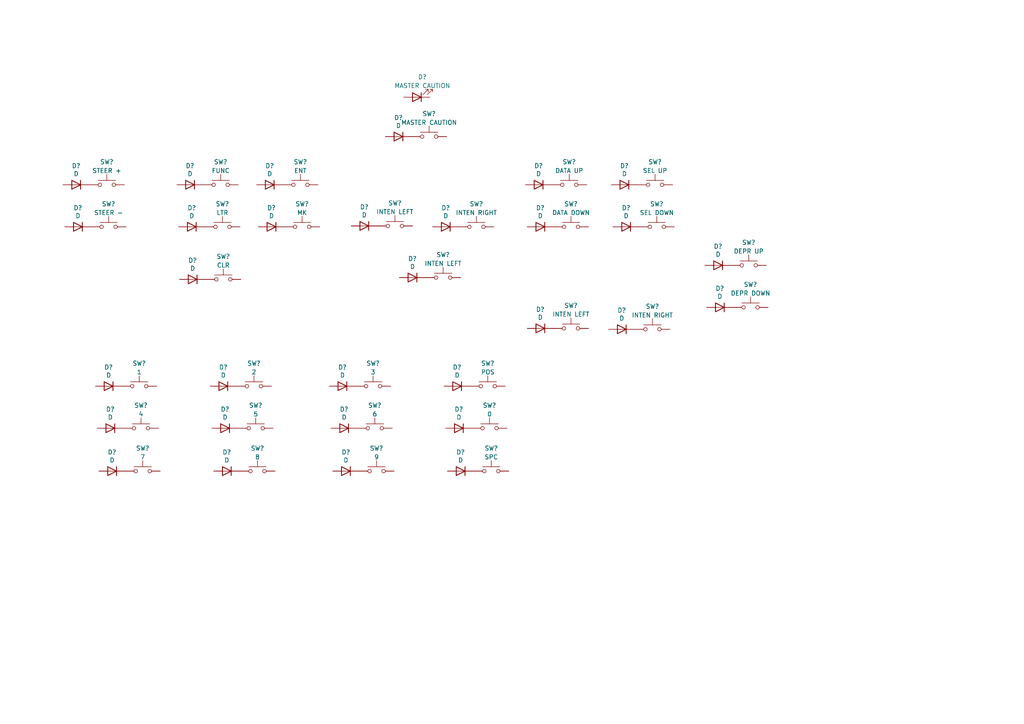
<source format=kicad_sch>
(kicad_sch (version 20211123) (generator eeschema)
  (paper "A4")
  (lib_symbols
    (symbol "Device:D" (pin_numbers hide) (pin_names (offset 1.016) hide)
      (property "Reference" "D" (at 0 2.54 0))
      (property "Value" "D" (at 0 -2.54 0))
      (symbol "D_0_1"
        (polyline (pts (xy -1.27 1.27) (xy -1.27 -1.27)) (stroke (width 0.254)))
        (polyline (pts (xy 1.27 0) (xy -1.27 0)))
        (polyline (pts (xy 1.27 1.27) (xy 1.27 -1.27) (xy -1.27 0) (xy 1.27 1.27)) (stroke (width 0.254)))
      )
      (symbol "D_1_1"
        (pin passive line (at -3.81 0 0) (length 2.54) (name "K") (number "1"))
        (pin passive line (at 3.81 0 180) (length 2.54) (name "A") (number "2"))
      )
    )
    (symbol "Device:LED" (pin_numbers hide) (pin_names (offset 1.016) hide)
      (property "Reference" "D" (at 0 2.54 0))
      (property "Value" "LED" (at 0 -2.54 0))
      (symbol "LED_0_1"
        (polyline (pts (xy -1.27 -1.27) (xy -1.27 1.27)) (stroke (width 0.254)))
        (polyline (pts (xy -1.27 0) (xy 1.27 0)))
        (polyline (pts (xy 1.27 -1.27) (xy 1.27 1.27) (xy -1.27 0) (xy 1.27 -1.27)) (stroke (width 0.254)))
        (polyline (pts (xy -3.048 -0.762) (xy -4.572 -2.286) (xy -3.81 -2.286) (xy -4.572 -2.286) (xy -4.572 -1.524)))
        (polyline (pts (xy -1.778 -0.762) (xy -3.302 -2.286) (xy -2.54 -2.286) (xy -3.302 -2.286) (xy -3.302 -1.524)))
      )
      (symbol "LED_1_1"
        (pin passive line (at -3.81 0 0) (length 2.54) (name "K") (number "1"))
        (pin passive line (at 3.81 0 180) (length 2.54) (name "A") (number "2"))
      )
    )
    (symbol "Switch:SW_Push" (pin_numbers hide) (pin_names (offset 1.016) hide)
      (property "Reference" "SW" (at 1.27 2.54 0))
      (property "Value" "SW_Push" (at 0 -1.524 0))
      (symbol "SW_Push_0_1"
        (circle (center -2.032 0) (radius 0.508))
        (polyline (pts (xy 0 1.27) (xy 0 3.048)))
        (polyline (pts (xy 2.54 1.27) (xy -2.54 1.27)))
        (circle (center 2.032 0) (radius 0.508))
        (pin passive line (at -5.08 0 0) (length 2.54) (name "1") (number "1"))
        (pin passive line (at 5.08 0 180) (length 2.54) (name "2") (number "2"))
      )
    )
  )
  (symbol (lib_id "Device:D") (at 181.102 53.594 0) (mirror y) (unit 1)
    (property "Reference" "D?" (at 181.102 48.1076 0))
    (property "Value" "D" (at 181.102 50.419 0))
    (property "Footprint" "Diode_THT:D_A-405_P7.62mm_Horizontal" (effects hide))
  )
  (symbol (lib_id "Device:D") (at 55.118 53.594 0) (mirror y) (unit 1)
    (property "Reference" "D?" (at 55.118 48.1076 0))
    (property "Value" "D" (at 55.118 50.419 0))
    (property "Footprint" "Diode_THT:D_A-405_P7.62mm_Horizontal" (effects hide))
  )
  (symbol (lib_id "Device:D") (at 133.604 136.652 0) (mirror y) (unit 1)
    (property "Reference" "D?" (at 133.604 131.1656 0))
    (property "Value" "D" (at 133.604 133.477 0))
    (property "Footprint" "Diode_THT:D_A-405_P7.62mm_Horizontal" (effects hide))
  )
  (symbol (lib_id "Switch:SW_Push") (at 189.992 53.594 0) (unit 1)
    (property "Reference" "SW?" (at 189.992 46.9732 0))
    (property "Value" "SEL UP" (at 189.992 49.5101 0))
    (property "Footprint" "Connector_Molex:Molex_KK-254_AE-6410-02A_1x02_P2.54mm_Vertical" (effects hide))
  )
  (symbol (lib_id "Device:D") (at 181.61 65.786 0) (mirror y) (unit 1)
    (property "Reference" "D?" (at 181.61 60.2996 0))
    (property "Value" "D" (at 181.61 62.611 0))
    (property "Footprint" "Diode_THT:D_A-405_P7.62mm_Horizontal" (effects hide))
  )
  (symbol (lib_id "Device:D") (at 156.718 95.25 0) (mirror y) (unit 1)
    (property "Reference" "D?" (at 156.718 89.7636 0))
    (property "Value" "D" (at 156.718 92.075 0))
    (property "Footprint" "Diode_THT:D_A-405_P7.62mm_Horizontal" (effects hide))
  )
  (symbol (lib_id "Switch:SW_Push") (at 217.678 89.154 0) (unit 1)
    (property "Reference" "SW?" (at 217.678 82.5332 0))
    (property "Value" "DEPR DOWN" (at 217.678 85.0701 0))
    (property "Footprint" "Connector_Molex:Molex_KK-254_AE-6410-02A_1x02_P2.54mm_Vertical" (effects hide))
  )
  (symbol (lib_id "Device:D") (at 22.606 65.786 0) (mirror y) (unit 1)
    (property "Reference" "D?" (at 22.606 60.2996 0))
    (property "Value" "D" (at 22.606 62.611 0))
    (property "Footprint" "Diode_THT:D_A-405_P7.62mm_Horizontal" (effects hide))
  )
  (symbol (lib_id "Switch:SW_Push") (at 31.496 65.786 0) (unit 1)
    (property "Reference" "SW?" (at 31.496 59.1652 0))
    (property "Value" "STEER -" (at 31.496 61.7021 0))
    (property "Footprint" "Connector_Molex:Molex_KK-254_AE-6410-02A_1x02_P2.54mm_Vertical" (effects hide))
  )
  (symbol (lib_id "Device:D") (at 78.74 65.786 0) (mirror y) (unit 1)
    (property "Reference" "D?" (at 78.74 60.2996 0))
    (property "Value" "D" (at 78.74 62.611 0))
    (property "Footprint" "Diode_THT:D_A-405_P7.62mm_Horizontal" (effects hide))
  )
  (symbol (lib_id "Switch:SW_Push") (at 64.008 53.594 0) (unit 1)
    (property "Reference" "SW?" (at 64.008 46.9732 0))
    (property "Value" "FUNC" (at 64.008 49.5101 0))
    (property "Footprint" "Connector_Molex:Molex_KK-254_AE-6410-02A_1x02_P2.54mm_Vertical" (effects hide))
  )
  (symbol (lib_id "Switch:SW_Push") (at 165.608 95.25 0) (unit 1)
    (property "Reference" "SW?" (at 165.608 88.6292 0))
    (property "Value" "INTEN LEFT" (at 165.608 91.1661 0))
    (property "Footprint" "Connector_Molex:Molex_KK-254_AE-6410-02A_1x02_P2.54mm_Vertical" (effects hide))
  )
  (symbol (lib_id "Device:D") (at 99.822 124.206 0) (mirror y) (unit 1)
    (property "Reference" "D?" (at 99.822 118.7196 0))
    (property "Value" "D" (at 99.822 121.031 0))
    (property "Footprint" "Diode_THT:D_A-405_P7.62mm_Horizontal" (effects hide))
  )
  (symbol (lib_id "Switch:SW_Push") (at 141.986 124.206 0) (unit 1)
    (property "Reference" "SW?" (at 141.986 117.5852 0))
    (property "Value" "0" (at 141.986 120.1221 0))
    (property "Footprint" "Connector_Molex:Molex_KK-254_AE-6410-02A_1x02_P2.54mm_Vertical" (effects hide))
  )
  (symbol (lib_id "Device:D") (at 32.004 124.206 0) (mirror y) (unit 1)
    (property "Reference" "D?" (at 32.004 118.7196 0))
    (property "Value" "D" (at 32.004 121.031 0))
    (property "Footprint" "Diode_THT:D_A-405_P7.62mm_Horizontal" (effects hide))
  )
  (symbol (lib_id "Device:D") (at 22.098 53.594 0) (mirror y) (unit 1)
    (property "Reference" "D?" (at 22.098 48.1076 0))
    (property "Value" "D" (at 22.098 50.419 0))
    (property "Footprint" "Diode_THT:D_A-405_P7.62mm_Horizontal" (effects hide))
  )
  (symbol (lib_id "Device:LED") (at 120.904 28.194 180) (unit 1)
    (property "Reference" "D?" (at 122.4915 22.3352 0))
    (property "Value" "MASTER CAUTION" (at 122.4915 24.8721 0))
    (property "Footprint" "Connector_Molex:Molex_KK-254_AE-6410-02A_1x02_P2.54mm_Vertical" (effects hide))
  )
  (symbol (lib_id "Switch:SW_Push") (at 64.77 81.026 0) (unit 1)
    (property "Reference" "SW?" (at 64.77 74.4052 0))
    (property "Value" "CLR" (at 64.77 76.9421 0))
    (property "Footprint" "Connector_Molex:Molex_KK-254_AE-6410-02A_1x02_P2.54mm_Vertical" (effects hide))
  )
  (symbol (lib_id "Device:D") (at 208.788 89.154 0) (mirror y) (unit 1)
    (property "Reference" "D?" (at 208.788 83.6676 0))
    (property "Value" "D" (at 208.788 85.979 0))
    (property "Footprint" "Diode_THT:D_A-405_P7.62mm_Horizontal" (effects hide))
  )
  (symbol (lib_id "Switch:SW_Push") (at 64.516 65.786 0) (unit 1)
    (property "Reference" "SW?" (at 64.516 59.1652 0))
    (property "Value" "LTR" (at 64.516 61.7021 0))
    (property "Footprint" "Connector_Molex:Molex_KK-254_AE-6410-02A_1x02_P2.54mm_Vertical" (effects hide))
  )
  (symbol (lib_id "Device:D") (at 156.21 53.594 0) (mirror y) (unit 1)
    (property "Reference" "D?" (at 156.21 48.1076 0))
    (property "Value" "D" (at 156.21 50.419 0))
    (property "Footprint" "Diode_THT:D_A-405_P7.62mm_Horizontal" (effects hide))
  )
  (symbol (lib_id "Device:D") (at 31.496 112.014 0) (mirror y) (unit 1)
    (property "Reference" "D?" (at 31.496 106.5276 0))
    (property "Value" "D" (at 31.496 108.839 0))
    (property "Footprint" "Diode_THT:D_A-405_P7.62mm_Horizontal" (effects hide))
  )
  (symbol (lib_id "Device:D") (at 64.77 112.014 0) (mirror y) (unit 1)
    (property "Reference" "D?" (at 64.77 106.5276 0))
    (property "Value" "D" (at 64.77 108.839 0))
    (property "Footprint" "Diode_THT:D_A-405_P7.62mm_Horizontal" (effects hide))
  )
  (symbol (lib_id "Device:D") (at 55.88 81.026 0) (mirror y) (unit 1)
    (property "Reference" "D?" (at 55.88 75.5396 0))
    (property "Value" "D" (at 55.88 77.851 0))
    (property "Footprint" "Diode_THT:D_A-405_P7.62mm_Horizontal" (effects hide))
  )
  (symbol (lib_id "Switch:SW_Push") (at 165.608 65.786 0) (unit 1)
    (property "Reference" "SW?" (at 165.608 59.1652 0))
    (property "Value" "DATA DOWN" (at 165.608 61.7021 0))
    (property "Footprint" "Connector_Molex:Molex_KK-254_AE-6410-02A_1x02_P2.54mm_Vertical" (effects hide))
  )
  (symbol (lib_id "Switch:SW_Push") (at 74.676 136.652 0) (unit 1)
    (property "Reference" "SW?" (at 74.676 130.0312 0))
    (property "Value" "8" (at 74.676 132.5681 0))
    (property "Footprint" "Connector_Molex:Molex_KK-254_AE-6410-02A_1x02_P2.54mm_Vertical" (effects hide))
  )
  (symbol (lib_id "Device:D") (at 156.718 65.786 0) (mirror y) (unit 1)
    (property "Reference" "D?" (at 156.718 60.2996 0))
    (property "Value" "D" (at 156.718 62.611 0))
    (property "Footprint" "Diode_THT:D_A-405_P7.62mm_Horizontal" (effects hide))
  )
  (symbol (lib_id "Switch:SW_Push") (at 109.22 136.652 0) (unit 1)
    (property "Reference" "SW?" (at 109.22 130.0312 0))
    (property "Value" "9" (at 109.22 132.5681 0))
    (property "Footprint" "Connector_Molex:Molex_KK-254_AE-6410-02A_1x02_P2.54mm_Vertical" (effects hide))
  )
  (symbol (lib_id "Device:D") (at 119.634 80.518 0) (mirror y) (unit 1)
    (property "Reference" "D?" (at 119.634 75.0316 0))
    (property "Value" "D" (at 119.634 77.343 0))
    (property "Footprint" "Diode_THT:D_A-405_P7.62mm_Horizontal" (effects hide))
  )
  (symbol (lib_id "Device:D") (at 55.626 65.786 0) (mirror y) (unit 1)
    (property "Reference" "D?" (at 55.626 60.2996 0))
    (property "Value" "D" (at 55.626 62.611 0))
    (property "Footprint" "Diode_THT:D_A-405_P7.62mm_Horizontal" (effects hide))
  )
  (symbol (lib_id "Switch:SW_Push") (at 165.1 53.594 0) (unit 1)
    (property "Reference" "SW?" (at 165.1 46.9732 0))
    (property "Value" "DATA UP" (at 165.1 49.5101 0))
    (property "Footprint" "Connector_Molex:Molex_KK-254_AE-6410-02A_1x02_P2.54mm_Vertical" (effects hide))
  )
  (symbol (lib_id "Device:D") (at 65.278 124.206 0) (mirror y) (unit 1)
    (property "Reference" "D?" (at 65.278 118.7196 0))
    (property "Value" "D" (at 65.278 121.031 0))
    (property "Footprint" "Diode_THT:D_A-405_P7.62mm_Horizontal" (effects hide))
  )
  (symbol (lib_id "Switch:SW_Push") (at 217.17 76.962 0) (unit 1)
    (property "Reference" "SW?" (at 217.17 70.3412 0))
    (property "Value" "DEPR UP" (at 217.17 72.8781 0))
    (property "Footprint" "Connector_Molex:Molex_KK-254_AE-6410-02A_1x02_P2.54mm_Vertical" (effects hide))
  )
  (symbol (lib_id "Switch:SW_Push") (at 30.988 53.594 0) (unit 1)
    (property "Reference" "SW?" (at 30.988 46.9732 0))
    (property "Value" "STEER +" (at 30.988 49.5101 0))
    (property "Footprint" "Connector_Molex:Molex_KK-254_AE-6410-02A_1x02_P2.54mm_Vertical" (effects hide))
  )
  (symbol (lib_id "Switch:SW_Push") (at 40.386 112.014 0) (unit 1)
    (property "Reference" "SW?" (at 40.386 105.3932 0))
    (property "Value" "1" (at 40.386 107.9301 0))
    (property "Footprint" "Connector_Molex:Molex_KK-254_AE-6410-02A_1x02_P2.54mm_Vertical" (effects hide))
  )
  (symbol (lib_id "Switch:SW_Push") (at 142.494 136.652 0) (unit 1)
    (property "Reference" "SW?" (at 142.494 130.0312 0))
    (property "Value" "SPC" (at 142.494 132.5681 0))
    (property "Footprint" "Connector_Molex:Molex_KK-254_AE-6410-02A_1x02_P2.54mm_Vertical" (effects hide))
  )
  (symbol (lib_id "Device:D") (at 115.57 39.624 0) (mirror y) (unit 1)
    (property "Reference" "D?" (at 115.57 34.1376 0))
    (property "Value" "D" (at 115.57 36.449 0))
    (property "Footprint" "Diode_THT:D_A-405_P7.62mm_Horizontal" (effects hide))
  )
  (symbol (lib_id "Device:D") (at 132.588 112.014 0) (mirror y) (unit 1)
    (property "Reference" "D?" (at 132.588 106.5276 0))
    (property "Value" "D" (at 132.588 108.839 0))
    (property "Footprint" "Diode_THT:D_A-405_P7.62mm_Horizontal" (effects hide))
  )
  (symbol (lib_id "Switch:SW_Push") (at 74.168 124.206 0) (unit 1)
    (property "Reference" "SW?" (at 74.168 117.5852 0))
    (property "Value" "5" (at 74.168 120.1221 0))
    (property "Footprint" "Connector_Molex:Molex_KK-254_AE-6410-02A_1x02_P2.54mm_Vertical" (effects hide))
  )
  (symbol (lib_id "Device:D") (at 129.286 65.786 0) (mirror y) (unit 1)
    (property "Reference" "D?" (at 129.286 60.2996 0))
    (property "Value" "D" (at 129.286 62.611 0))
    (property "Footprint" "Diode_THT:D_A-405_P7.62mm_Horizontal" (effects hide))
  )
  (symbol (lib_id "Device:D") (at 99.314 112.014 0) (mirror y) (unit 1)
    (property "Reference" "D?" (at 99.314 106.5276 0))
    (property "Value" "D" (at 99.314 108.839 0))
    (property "Footprint" "Diode_THT:D_A-405_P7.62mm_Horizontal" (effects hide))
  )
  (symbol (lib_id "Switch:SW_Push") (at 40.894 124.206 0) (unit 1)
    (property "Reference" "SW?" (at 40.894 117.5852 0))
    (property "Value" "4" (at 40.894 120.1221 0))
    (property "Footprint" "Connector_Molex:Molex_KK-254_AE-6410-02A_1x02_P2.54mm_Vertical" (effects hide))
  )
  (symbol (lib_id "Switch:SW_Push") (at 87.122 53.594 0) (unit 1)
    (property "Reference" "SW?" (at 87.122 46.9732 0))
    (property "Value" "ENT" (at 87.122 49.5101 0))
    (property "Footprint" "Connector_Molex:Molex_KK-254_AE-6410-02A_1x02_P2.54mm_Vertical" (effects hide))
  )
  (symbol (lib_id "Device:D") (at 78.232 53.594 0) (mirror y) (unit 1)
    (property "Reference" "D?" (at 78.232 48.1076 0))
    (property "Value" "D" (at 78.232 50.419 0))
    (property "Footprint" "Diode_THT:D_A-405_P7.62mm_Horizontal" (effects hide))
  )
  (symbol (lib_id "Switch:SW_Push") (at 87.63 65.786 0) (unit 1)
    (property "Reference" "SW?" (at 87.63 59.1652 0))
    (property "Value" "MK" (at 87.63 61.7021 0))
    (property "Footprint" "Connector_Molex:Molex_KK-254_AE-6410-02A_1x02_P2.54mm_Vertical" (effects hide))
  )
  (symbol (lib_id "Device:D") (at 180.34 95.504 0) (mirror y) (unit 1)
    (property "Reference" "D?" (at 180.34 90.0176 0))
    (property "Value" "D" (at 180.34 92.329 0))
    (property "Footprint" "Diode_THT:D_A-405_P7.62mm_Horizontal" (effects hide))
  )
  (symbol (lib_id "Switch:SW_Push") (at 108.204 112.014 0) (unit 1)
    (property "Reference" "SW?" (at 108.204 105.3932 0))
    (property "Value" "3" (at 108.204 107.9301 0))
    (property "Footprint" "Connector_Molex:Molex_KK-254_AE-6410-02A_1x02_P2.54mm_Vertical" (effects hide))
  )
  (symbol (lib_id "Switch:SW_Push") (at 141.478 112.014 0) (unit 1)
    (property "Reference" "SW?" (at 141.478 105.3932 0))
    (property "Value" "POS" (at 141.478 107.9301 0))
    (property "Footprint" "Connector_Molex:Molex_KK-254_AE-6410-02A_1x02_P2.54mm_Vertical" (effects hide))
  )
  (symbol (lib_id "Switch:SW_Push") (at 138.176 65.786 0) (unit 1)
    (property "Reference" "SW?" (at 138.176 59.1652 0))
    (property "Value" "INTEN RIGHT" (at 138.176 61.7021 0))
    (property "Footprint" "Connector_Molex:Molex_KK-254_AE-6410-02A_1x02_P2.54mm_Vertical" (effects hide))
  )
  (symbol (lib_id "Device:D") (at 208.28 76.962 0) (mirror y) (unit 1)
    (property "Reference" "D?" (at 208.28 71.4756 0))
    (property "Value" "D" (at 208.28 73.787 0))
    (property "Footprint" "Diode_THT:D_A-405_P7.62mm_Horizontal" (effects hide))
  )
  (symbol (lib_id "Switch:SW_Push") (at 41.402 136.652 0) (unit 1)
    (property "Reference" "SW?" (at 41.402 130.0312 0))
    (property "Value" "7" (at 41.402 132.5681 0))
    (property "Footprint" "Connector_Molex:Molex_KK-254_AE-6410-02A_1x02_P2.54mm_Vertical" (effects hide))
  )
  (symbol (lib_id "Device:D") (at 105.664 65.532 0) (mirror y) (unit 1)
    (property "Reference" "D?" (at 105.664 60.0456 0))
    (property "Value" "D" (at 105.664 62.357 0))
    (property "Footprint" "Diode_THT:D_A-405_P7.62mm_Horizontal" (effects hide))
  )
  (symbol (lib_id "Device:D") (at 32.512 136.652 0) (mirror y) (unit 1)
    (property "Reference" "D?" (at 32.512 131.1656 0))
    (property "Value" "D" (at 32.512 133.477 0))
    (property "Footprint" "Diode_THT:D_A-405_P7.62mm_Horizontal" (effects hide))
  )
  (symbol (lib_id "Switch:SW_Push") (at 189.23 95.504 0) (unit 1)
    (property "Reference" "SW?" (at 189.23 88.8832 0))
    (property "Value" "INTEN RIGHT" (at 189.23 91.4201 0))
    (property "Footprint" "Connector_Molex:Molex_KK-254_AE-6410-02A_1x02_P2.54mm_Vertical" (effects hide))
  )
  (symbol (lib_id "Switch:SW_Push") (at 114.554 65.532 0) (unit 1)
    (property "Reference" "SW?" (at 114.554 58.9112 0))
    (property "Value" "INTEN LEFT" (at 114.554 61.4481 0))
    (property "Footprint" "Connector_Molex:Molex_KK-254_AE-6410-02A_1x02_P2.54mm_Vertical" (effects hide))
  )
  (symbol (lib_id "Switch:SW_Push") (at 108.712 124.206 0) (unit 1)
    (property "Reference" "SW?" (at 108.712 117.5852 0))
    (property "Value" "6" (at 108.712 120.1221 0))
    (property "Footprint" "Connector_Molex:Molex_KK-254_AE-6410-02A_1x02_P2.54mm_Vertical" (effects hide))
  )
  (symbol (lib_id "Switch:SW_Push") (at 128.524 80.518 0) (unit 1)
    (property "Reference" "SW?" (at 128.524 73.8972 0))
    (property "Value" "INTEN LEFT" (at 128.524 76.4341 0))
    (property "Footprint" "Connector_Molex:Molex_KK-254_AE-6410-02A_1x02_P2.54mm_Vertical" (effects hide))
  )
  (symbol (lib_id "Switch:SW_Push") (at 124.46 39.624 0) (unit 1)
    (property "Reference" "SW?" (at 124.46 33.0032 0))
    (property "Value" "MASTER CAUTION" (at 124.46 35.5401 0))
    (property "Footprint" "Connector_Molex:Molex_KK-254_AE-6410-02A_1x02_P2.54mm_Vertical" (effects hide))
  )
  (symbol (lib_id "Device:D") (at 100.33 136.652 0) (mirror y) (unit 1)
    (property "Reference" "D?" (at 100.33 131.1656 0))
    (property "Value" "D" (at 100.33 133.477 0))
    (property "Footprint" "Diode_THT:D_A-405_P7.62mm_Horizontal" (effects hide))
  )
  (symbol (lib_id "Switch:SW_Push") (at 190.5 65.786 0) (unit 1)
    (property "Reference" "SW?" (at 190.5 59.1652 0))
    (property "Value" "SEL DOWN" (at 190.5 61.7021 0))
    (property "Footprint" "Connector_Molex:Molex_KK-254_AE-6410-02A_1x02_P2.54mm_Vertical" (effects hide))
  )
  (symbol (lib_id "Device:D") (at 65.786 136.652 0) (mirror y) (unit 1)
    (property "Reference" "D?" (at 65.786 131.1656 0))
    (property "Value" "D" (at 65.786 133.477 0))
    (property "Footprint" "Diode_THT:D_A-405_P7.62mm_Horizontal" (effects hide))
  )
  (symbol (lib_id "Device:D") (at 133.096 124.206 0) (mirror y) (unit 1)
    (property "Reference" "D?" (at 133.096 118.7196 0))
    (property "Value" "D" (at 133.096 121.031 0))
    (property "Footprint" "Diode_THT:D_A-405_P7.62mm_Horizontal" (effects hide))
  )
  (symbol (lib_id "Switch:SW_Push") (at 73.66 112.014 0) (unit 1)
    (property "Reference" "SW?" (at 73.66 105.3932 0))
    (property "Value" "2" (at 73.66 107.9301 0))
    (property "Footprint" "Connector_Molex:Molex_KK-254_AE-6410-02A_1x02_P2.54mm_Vertical" (effects hide))
  )
)
</source>
